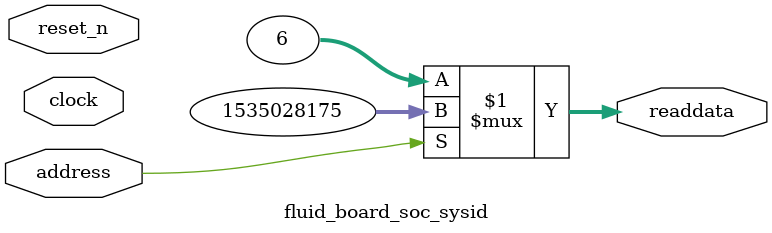
<source format=v>



// synthesis translate_off
`timescale 1ns / 1ps
// synthesis translate_on

// turn off superfluous verilog processor warnings 
// altera message_level Level1 
// altera message_off 10034 10035 10036 10037 10230 10240 10030 

module fluid_board_soc_sysid (
               // inputs:
                address,
                clock,
                reset_n,

               // outputs:
                readdata
             )
;

  output  [ 31: 0] readdata;
  input            address;
  input            clock;
  input            reset_n;

  wire    [ 31: 0] readdata;
  //control_slave, which is an e_avalon_slave
  assign readdata = address ? 1535028175 : 6;

endmodule




</source>
